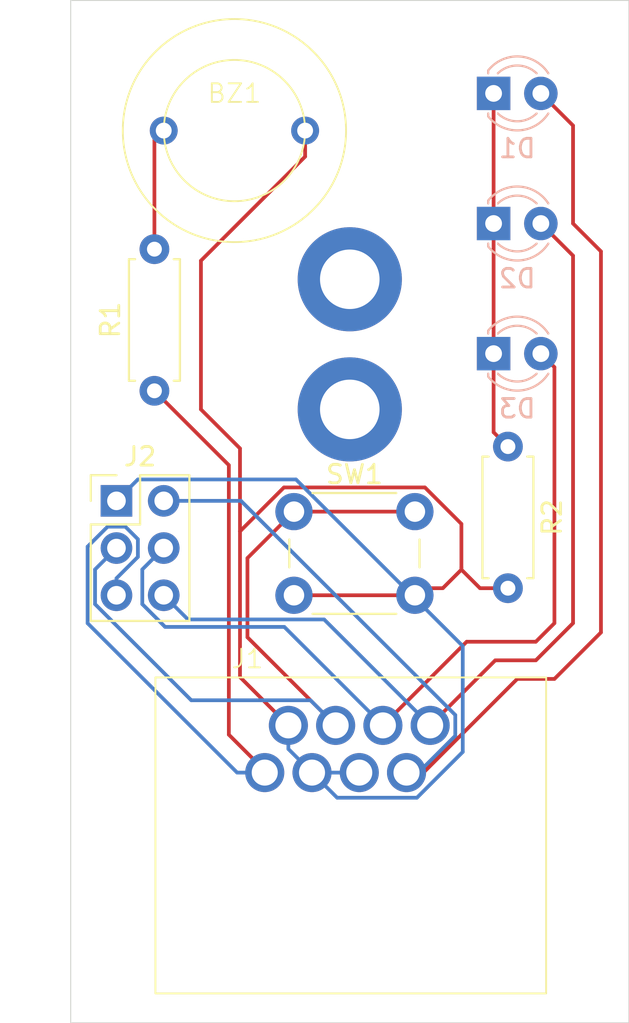
<source format=kicad_pcb>
(kicad_pcb (version 20241229) (generator "pcbnew") (generator_version "9.0")
  (layers (0 "F.Cu" signal) (2 "B.Cu" signal) (13 "F.Paste" user) (15 "B.Paste" user) (5 "F.SilkS" user "F.Silkscreen") (7 "B.SilkS" user "B.Silkscreen") (1 "F.Mask" user) (3 "B.Mask" user) (25 "Edge.Cuts" user))
  (net 0 "")
  (net 1 "/SWITCH_BTN")
  (net 2 "GND")
  (net 3 "/+BUZZER")
  (net 4 "/-LED")
  (net 5 "/LED_GREEN")
  (net 6 "/LED_BLUE")
  (net 7 "/LED_RED")
  (net 8 "/BUZZER")
  (footprint "MountingHole:MountingHole_3.2mm_M3_DIN965_Pad" (layer "F.Cu") (at 130 67)
    (property "Reference" "REF**" (hide yes))
    (property "Value" "MountingHole_3.2mm_M3_DIN965_Pad")
    (pad "1" thru_hole circle (at 0 0) (size 5.6 5.6) (drill 3.2) (layers "*.Cu" "*.Mask"))
  )
  (footprint "Resistor_THT:R_Axial_DIN0207_L6.3mm_D2.5mm_P7.62mm_Horizontal" (layer "F.Cu") (at 138.5 69 -90)
    (property "Reference" "R2" (at 3.81 -2.37 90) (layer "F.SilkS"))
    (property "Value" "1000R")
    (fp_line (start 0.54 1.37) (end 7.08 1.37) (stroke (width 0.12)) (layer "F.SilkS"))
    (fp_line (start 7.08 1.37) (end 7.08 1.04) (stroke (width 0.12)) (layer "F.SilkS"))
    (fp_line (start 0.54 1.04) (end 0.54 1.37) (stroke (width 0.12)) (layer "F.SilkS"))
    (fp_line (start 0.54 -1.04) (end 0.54 -1.37) (stroke (width 0.12)) (layer "F.SilkS"))
    (fp_line (start 0.54 -1.37) (end 7.08 -1.37) (stroke (width 0.12)) (layer "F.SilkS"))
    (fp_line (start 7.08 -1.37) (end 7.08 -1.04) (stroke (width 0.12)) (layer "F.SilkS"))
    (pad "1" thru_hole circle (at 0 0 270) (size 1.6 1.6) (drill 0.8) (layers "*.Cu" "*.Mask") (net 4 "/-LED"))
    (pad "2" thru_hole circle (at 7.62 0 270) (size 1.6 1.6) (drill 0.8) (layers "*.Cu" "*.Mask") (net 2 "GND"))
  )
  (footprint "MountingHole:MountingHole_3.2mm_M3_DIN965_Pad" (layer "F.Cu") (at 130 60)
    (property "Reference" "REF**" (hide yes))
    (property "Value" "MountingHole_3.2mm_M3_DIN965_Pad")
    (pad "1" thru_hole circle (at 0 0) (size 5.6 5.6) (drill 3.2) (layers "*.Cu" "*.Mask"))
  )
  (footprint "Connector_PinHeader_2.54mm:PinHeader_2x03_P2.54mm_Vertical" (layer "F.Cu") (at 117.46 71.92)
    (property "Reference" "J2" (at 1.27 -2.38 0) (layer "F.SilkS"))
    (property "Value" "Conn_01x06_Socket")
    (fp_line (start -1.38 -1.38) (end 0 -1.38) (stroke (width 0.12)) (layer "F.SilkS"))
    (fp_line (start -1.38 0) (end -1.38 -1.38) (stroke (width 0.12)) (layer "F.SilkS"))
    (fp_line (start -1.38 1.27) (end -1.38 6.46) (stroke (width 0.12)) (layer "F.SilkS"))
    (fp_line (start -1.38 1.27) (end 1.27 1.27) (stroke (width 0.12)) (layer "F.SilkS"))
    (fp_line (start -1.38 6.46) (end 3.92 6.46) (stroke (width 0.12)) (layer "F.SilkS"))
    (fp_line (start 1.27 -1.38) (end 3.92 -1.38) (stroke (width 0.12)) (layer "F.SilkS"))
    (fp_line (start 1.27 1.27) (end 1.27 -1.38) (stroke (width 0.12)) (layer "F.SilkS"))
    (fp_line (start 3.92 -1.38) (end 3.92 6.46) (stroke (width 0.12)) (layer "F.SilkS"))
    (pad "1" thru_hole rect (at 0 0) (size 1.7 1.7) (drill 1) (layers "*.Cu" "*.Mask") (net 2 "GND"))
    (pad "2" thru_hole circle (at 2.54 0) (size 1.7 1.7) (drill 1) (layers "*.Cu" "*.Mask") (net 7 "/LED_RED"))
    (pad "3" thru_hole circle (at 0 2.54) (size 1.7 1.7) (drill 1) (layers "*.Cu" "*.Mask") (net 1 "/SWITCH_BTN"))
    (pad "4" thru_hole circle (at 2.54 2.54) (size 1.7 1.7) (drill 1) (layers "*.Cu" "*.Mask") (net 5 "/LED_GREEN"))
    (pad "5" thru_hole circle (at 0 5.08) (size 1.7 1.7) (drill 1) (layers "*.Cu" "*.Mask") (net 8 "/BUZZER"))
    (pad "6" thru_hole circle (at 2.54 5.08) (size 1.7 1.7) (drill 1) (layers "*.Cu" "*.Mask") (net 6 "/LED_BLUE"))
  )
  (footprint "JC-Library:Buzzer-TMB12A05" (layer "F.Cu") (at 123.8 52)
    (property "Reference" "BZ1" (at 0 -2 0) (layer "F.SilkS") (effects (font (thickness 0.1))))
    (property "Value" "Buzzer" (hide yes))
    (fp_circle (center 0 0) (end 3.8 0) (stroke (width 0.1)) (fill no) (layer "F.SilkS"))
    (fp_circle (center 0 0) (end 6 0) (stroke (width 0.1)) (fill no) (layer "F.SilkS"))
    (pad "1" thru_hole circle (at -3.8 0) (size 1.5 1.5) (drill 0.85) (layers "*.Cu" "*.Mask") (net 3 "/+BUZZER"))
    (pad "2" thru_hole circle (at 3.8 0) (size 1.5 1.5) (drill 0.85) (layers "*.Cu" "*.Mask") (net 2 "GND"))
  )
  (footprint "JC-Library:RJ45-RS-782-0814" (layer "F.Cu") (at 119.555 76.42)
    (property "Reference" "J1" (at 4.945 4 0) (layer "F.SilkS") (effects (font (thickness 0.1))))
    (property "Value" "RJ45" (hide yes))
    (fp_rect (start 0 5) (end 21 22) (stroke (width 0.1)) (fill no) (layer "F.SilkS"))
    (pad "" np_thru_hole circle (at 2.445 19.52) (size 2.3 2.3) (drill 2.3) (layers "*.Cu" "*.Mask"))
    (pad "" np_thru_hole circle (at 4.605 16.47) (size 3.3 3.3) (drill 3.3) (layers "*.Cu" "*.Mask"))
    (pad "" np_thru_hole circle (at 16.035 16.47) (size 3.3 3.3) (drill 3.3) (layers "*.Cu" "*.Mask"))
    (pad "" np_thru_hole circle (at 18.195 19.52) (size 2.3 2.3) (drill 2.3) (layers "*.Cu" "*.Mask"))
    (pad "1" thru_hole circle (at 5.875 10.12) (size 2.1 2.1) (drill 1.4) (layers "*.Cu" "*.Mask") (net 8 "/BUZZER"))
    (pad "2" thru_hole circle (at 7.145 7.58) (size 2.1 2.1) (drill 1.4) (layers "*.Cu" "*.Mask") (net 2 "GND"))
    (pad "3" thru_hole circle (at 8.415 10.12) (size 2.1 2.1) (drill 1.4) (layers "*.Cu" "*.Mask") (net 2 "GND"))
    (pad "4" thru_hole circle (at 9.685 7.58) (size 2.1 2.1) (drill 1.4) (layers "*.Cu" "*.Mask") (net 1 "/SWITCH_BTN"))
    (pad "5" thru_hole circle (at 10.955 10.12) (size 2.1 2.1) (drill 1.4) (layers "*.Cu" "*.Mask") (net 2 "GND"))
    (pad "6" thru_hole circle (at 12.225 7.58) (size 2.1 2.1) (drill 1.4) (layers "*.Cu" "*.Mask") (net 5 "/LED_GREEN"))
    (pad "7" thru_hole circle (at 13.495 10.12) (size 2.1 2.1) (drill 1.4) (layers "*.Cu" "*.Mask") (net 7 "/LED_RED"))
    (pad "8" thru_hole circle (at 14.765 7.58) (size 2.1 2.1) (drill 1.4) (layers "*.Cu" "*.Mask") (net 6 "/LED_BLUE"))
  )
  (footprint "Button_Switch_THT:SW_PUSH_6mm" (layer "F.Cu") (at 127 72.5)
    (property "Reference" "SW1" (at 3.25 -2 0) (layer "F.SilkS"))
    (property "Value" "SW_Nidec_CAS-120A1")
    (fp_line (start -0.25 1.5) (end -0.25 3) (stroke (width 0.12)) (layer "F.SilkS"))
    (fp_line (start 1 5.5) (end 5.5 5.5) (stroke (width 0.12)) (layer "F.SilkS"))
    (fp_line (start 5.5 -1) (end 1 -1) (stroke (width 0.12)) (layer "F.SilkS"))
    (fp_line (start 6.75 3) (end 6.75 1.5) (stroke (width 0.12)) (layer "F.SilkS"))
    (pad "1" thru_hole circle (at 0 0 90) (size 2 2) (drill 1.1) (layers "*.Cu" "*.Mask") (net 1 "/SWITCH_BTN"))
    (pad "1" thru_hole circle (at 6.5 0 90) (size 2 2) (drill 1.1) (layers "*.Cu" "*.Mask") (net 1 "/SWITCH_BTN"))
    (pad "2" thru_hole circle (at 0 4.5 90) (size 2 2) (drill 1.1) (layers "*.Cu" "*.Mask") (net 2 "GND"))
    (pad "2" thru_hole circle (at 6.5 4.5 90) (size 2 2) (drill 1.1) (layers "*.Cu" "*.Mask") (net 2 "GND"))
  )
  (footprint "Resistor_THT:R_Axial_DIN0207_L6.3mm_D2.5mm_P7.62mm_Horizontal" (layer "F.Cu") (at 119.5 66 90)
    (property "Reference" "R1" (at 3.81 -2.37 90) (layer "F.SilkS"))
    (property "Value" "200R")
    (fp_line (start 7.08 -1.37) (end 7.08 -1.04) (stroke (width 0.12)) (layer "F.SilkS"))
    (fp_line (start 0.54 -1.37) (end 7.08 -1.37) (stroke (width 0.12)) (layer "F.SilkS"))
    (fp_line (start 0.54 -1.04) (end 0.54 -1.37) (stroke (width 0.12)) (layer "F.SilkS"))
    (fp_line (start 0.54 1.04) (end 0.54 1.37) (stroke (width 0.12)) (layer "F.SilkS"))
    (fp_line (start 7.08 1.37) (end 7.08 1.04) (stroke (width 0.12)) (layer "F.SilkS"))
    (fp_line (start 0.54 1.37) (end 7.08 1.37) (stroke (width 0.12)) (layer "F.SilkS"))
    (pad "1" thru_hole circle (at 0 0 90) (size 1.6 1.6) (drill 0.8) (layers "*.Cu" "*.Mask") (net 8 "/BUZZER"))
    (pad "2" thru_hole circle (at 7.62 0 90) (size 1.6 1.6) (drill 0.8) (layers "*.Cu" "*.Mask") (net 3 "/+BUZZER"))
  )
  (footprint "LED_THT:LED_D3.0mm" (layer "B.Cu") (at 137.73 57)
    (property "Reference" "D2" (at 1.27 2.96 0) (layer "B.SilkS") (effects (justify mirror)))
    (property "Value" "LED")
    (fp_line (start -0.29 -1.08) (end -0.29 -1.236) (stroke (width 0.12)) (layer "B.SilkS"))
    (fp_line (start -0.29 1.236) (end -0.29 1.08) (stroke (width 0.12)) (layer "B.SilkS"))
    (fp_arc (start -0.29 -1.235516) (mid 1.36566 -1.987699) (end 2.941437 -1.08) (stroke (width 0.12)) (layer "B.SilkS"))
    (fp_arc (start 0.229039 -1.08) (mid 1.27 -1.5) (end 2.310961 -1.08) (stroke (width 0.12)) (layer "B.SilkS"))
    (fp_arc (start 2.310961 1.08) (mid 1.27 1.5) (end 0.229039 1.08) (stroke (width 0.12)) (layer "B.SilkS"))
    (fp_arc (start 2.941437 1.08) (mid 1.36566 1.9877) (end -0.29 1.235516) (stroke (width 0.12)) (layer "B.SilkS"))
    (pad "1" thru_hole rect (at 0 0) (size 1.8 1.8) (drill 0.9) (layers "*.Cu" "*.Mask") (net 4 "/-LED"))
    (pad "2" thru_hole circle (at 2.54 0) (size 1.8 1.8) (drill 0.9) (layers "*.Cu" "*.Mask") (net 6 "/LED_BLUE"))
  )
  (footprint "LED_THT:LED_D3.0mm" (layer "B.Cu") (at 137.73 50)
    (property "Reference" "D1" (at 1.27 2.96 0) (layer "B.SilkS") (effects (justify mirror)))
    (property "Value" "LED")
    (fp_line (start -0.29 -1.08) (end -0.29 -1.236) (stroke (width 0.12)) (layer "B.SilkS"))
    (fp_line (start -0.29 1.236) (end -0.29 1.08) (stroke (width 0.12)) (layer "B.SilkS"))
    (fp_arc (start -0.29 -1.235516) (mid 1.36566 -1.987699) (end 2.941437 -1.08) (stroke (width 0.12)) (layer "B.SilkS"))
    (fp_arc (start 0.229039 -1.08) (mid 1.27 -1.5) (end 2.310961 -1.08) (stroke (width 0.12)) (layer "B.SilkS"))
    (fp_arc (start 2.310961 1.08) (mid 1.27 1.5) (end 0.229039 1.08) (stroke (width 0.12)) (layer "B.SilkS"))
    (fp_arc (start 2.941437 1.08) (mid 1.36566 1.9877) (end -0.29 1.235516) (stroke (width 0.12)) (layer "B.SilkS"))
    (pad "1" thru_hole rect (at 0 0) (size 1.8 1.8) (drill 0.9) (layers "*.Cu" "*.Mask") (net 4 "/-LED"))
    (pad "2" thru_hole circle (at 2.54 0) (size 1.8 1.8) (drill 0.9) (layers "*.Cu" "*.Mask") (net 7 "/LED_RED"))
  )
  (footprint "LED_THT:LED_D3.0mm" (layer "B.Cu") (at 137.73 64)
    (property "Reference" "D3" (at 1.27 2.96 0) (layer "B.SilkS") (effects (justify mirror)))
    (property "Value" "LED")
    (fp_line (start -0.29 -1.08) (end -0.29 -1.236) (stroke (width 0.12)) (layer "B.SilkS"))
    (fp_line (start -0.29 1.236) (end -0.29 1.08) (stroke (width 0.12)) (layer "B.SilkS"))
    (fp_arc (start -0.29 -1.235516) (mid 1.36566 -1.987699) (end 2.941437 -1.08) (stroke (width 0.12)) (layer "B.SilkS"))
    (fp_arc (start 0.229039 -1.08) (mid 1.27 -1.5) (end 2.310961 -1.08) (stroke (width 0.12)) (layer "B.SilkS"))
    (fp_arc (start 2.310961 1.08) (mid 1.27 1.5) (end 0.229039 1.08) (stroke (width 0.12)) (layer "B.SilkS"))
    (fp_arc (start 2.941437 1.08) (mid 1.36566 1.9877) (end -0.29 1.235516) (stroke (width 0.12)) (layer "B.SilkS"))
    (pad "1" thru_hole rect (at 0 0) (size 1.8 1.8) (drill 0.9) (layers "*.Cu" "*.Mask") (net 4 "/-LED"))
    (pad "2" thru_hole circle (at 2.54 0) (size 1.8 1.8) (drill 0.9) (layers "*.Cu" "*.Mask") (net 5 "/LED_GREEN"))
  )
  (gr_rect (start 115 45) (end 145 100) (stroke (width 0.05)) (fill no) (layer "Edge.Cuts"))
  (segment (start 129.24 84) (end 124.5 79.26) (width 0.2) (layer "F.Cu") (net 1))
  (segment (start 127 72.5) (end 133.5 72.5) (width 0.2) (layer "F.Cu") (net 1))
  (segment (start 124.5 79.26) (end 124.5 75) (width 0.2) (layer "F.Cu") (net 1))
  (segment (start 124.5 75) (end 127 72.5) (width 0.2) (layer "F.Cu") (net 1))
  (segment (start 121.48124 82.649) (end 116.309 77.47676) (width 0.2) (layer "B.Cu") (net 1))
  (segment (start 129.24 84) (end 127.889 82.649) (width 0.2) (layer "B.Cu") (net 1))
  (segment (start 116.309 77.47676) (end 116.309 75.611) (width 0.2) (layer "B.Cu") (net 1))
  (segment (start 127.889 82.649) (end 121.48124 82.649) (width 0.2) (layer "B.Cu") (net 1))
  (segment (start 116.309 75.611) (end 117.46 74.46) (width 0.2) (layer "B.Cu") (net 1))
  (segment (start 134.038892 71.199) (end 126.461108 71.199) (width 0.2) (layer "F.Cu") (net 2))
  (segment (start 133.88 76.62) (end 133.5 77) (width 0.2) (layer "F.Cu") (net 2))
  (segment (start 122 59) (end 122 67) (width 0.2) (layer "F.Cu") (net 2))
  (segment (start 124.099 69.099) (end 124.099 73.561108) (width 0.2) (layer "F.Cu") (net 2))
  (segment (start 124.099 73.561108) (end 124.099 81.399) (width 0.2) (layer "F.Cu") (net 2))
  (segment (start 127.6 52) (end 127.6 53.4) (width 0.2) (layer "F.Cu") (net 2))
  (segment (start 136 75.62) (end 135 76.62) (width 0.2) (layer "F.Cu") (net 2))
  (segment (start 136 75.5) (end 136 73.160108) (width 0.2) (layer "F.Cu") (net 2))
  (segment (start 124.099 81.399) (end 126.7 84) (width 0.2) (layer "F.Cu") (net 2))
  (segment (start 136 73.160108) (end 134.038892 71.199) (width 0.2) (layer "F.Cu") (net 2))
  (segment (start 136 75.62) (end 137 76.62) (width 0.2) (layer "F.Cu") (net 2))
  (segment (start 127.6 53.4) (end 122 59) (width 0.2) (layer "F.Cu") (net 2))
  (segment (start 133.5 77) (end 127 77) (width 0.2) (layer "F.Cu") (net 2))
  (segment (start 135 76.62) (end 133.88 76.62) (width 0.2) (layer "F.Cu") (net 2))
  (segment (start 136 75.5) (end 136 75.62) (width 0.2) (layer "F.Cu") (net 2))
  (segment (start 138.5 76.62) (end 137 76.62) (width 0.2) (layer "F.Cu") (net 2))
  (segment (start 122 67) (end 124.099 69.099) (width 0.2) (layer "F.Cu") (net 2))
  (segment (start 126.461108 71.199) (end 124.099 73.561108) (width 0.2) (layer "F.Cu") (net 2))
  (segment (start 118.611 70.769) (end 117.46 71.92) (width 0.2) (layer "B.Cu") (net 2))
  (segment (start 126.7 85.27) (end 126.7 84) (width 0.2) (layer "B.Cu") (net 2))
  (segment (start 127.108892 70.769) (end 118.611 70.769) (width 0.2) (layer "B.Cu") (net 2))
  (segment (start 127.97 86.54) (end 129.321 87.891) (width 0.2) (layer "B.Cu") (net 2))
  (segment (start 136.072 79.732108) (end 127.108892 70.769) (width 0.2) (layer "B.Cu") (net 2))
  (segment (start 127.97 86.54) (end 130.51 86.54) (width 0.2) (layer "B.Cu") (net 2))
  (segment (start 136.072 85.428603) (end 136.072 79.732108) (width 0.2) (layer "B.Cu") (net 2))
  (segment (start 127.32 77.32) (end 127 77) (width 0.2) (layer "B.Cu") (net 2))
  (segment (start 127.97 86.54) (end 126.7 85.27) (width 0.2) (layer "B.Cu") (net 2))
  (segment (start 133.609603 87.891) (end 136.072 85.428603) (width 0.2) (layer "B.Cu") (net 2))
  (segment (start 129.321 87.891) (end 133.609603 87.891) (width 0.2) (layer "B.Cu") (net 2))
  (segment (start 119.5 58.38) (end 119.5 52.5) (width 0.2) (layer "F.Cu") (net 3))
  (segment (start 119.5 52.5) (end 120 52) (width 0.2) (layer "F.Cu") (net 3))
  (segment (start 137.73 68.23) (end 137.73 64) (width 0.2) (layer "F.Cu") (net 4))
  (segment (start 137.73 50) (end 137.73 57) (width 0.2) (layer "F.Cu") (net 4))
  (segment (start 138.5 69) (end 137.73 68.23) (width 0.2) (layer "F.Cu") (net 4))
  (segment (start 137.73 57) (end 137.73 64) (width 0.2) (layer "F.Cu") (net 4))
  (segment (start 140 79.5) (end 141 78.5) (width 0.2) (layer "F.Cu") (net 5))
  (segment (start 131.78 84) (end 136.28 79.5) (width 0.2) (layer "F.Cu") (net 5))
  (segment (start 141 64.73) (end 140.27 64) (width 0.2) (layer "F.Cu") (net 5))
  (segment (start 141 78.5) (end 141 64.73) (width 0.2) (layer "F.Cu") (net 5))
  (segment (start 136.28 79.5) (end 140 79.5) (width 0.2) (layer "F.Cu") (net 5))
  (segment (start 120.07424 78.702) (end 118.849 77.47676) (width 0.2) (layer "B.Cu") (net 5))
  (segment (start 118.849 75.611) (end 120 74.46) (width 0.2) (layer "B.Cu") (net 5))
  (segment (start 126.482 78.702) (end 120.07424 78.702) (width 0.2) (layer "B.Cu") (net 5))
  (segment (start 118.849 77.47676) (end 118.849 75.611) (width 0.2) (layer "B.Cu") (net 5))
  (segment (start 131.78 84) (end 126.482 78.702) (width 0.2) (layer "B.Cu") (net 5))
  (segment (start 140 80.5) (end 142 78.5) (width 0.2) (layer "F.Cu") (net 6))
  (segment (start 134.32 84) (end 137.82 80.5) (width 0.2) (layer "F.Cu") (net 6))
  (segment (start 142 58.73) (end 140.27 57) (width 0.2) (layer "F.Cu") (net 6))
  (segment (start 142 78.5) (end 142 58.73) (width 0.2) (layer "F.Cu") (net 6))
  (segment (start 137.82 80.5) (end 140 80.5) (width 0.2) (layer "F.Cu") (net 6))
  (segment (start 134.32 84) (end 128.621 78.301) (width 0.2) (layer "B.Cu") (net 6))
  (segment (start 121.301 78.301) (end 120 77) (width 0.2) (layer "B.Cu") (net 6))
  (segment (start 128.621 78.301) (end 121.301 78.301) (width 0.2) (layer "B.Cu") (net 6))
  (segment (start 143.5 58.5) (end 142 57) (width 0.2) (layer "F.Cu") (net 7))
  (segment (start 133.96 86.54) (end 139 81.5) (width 0.2) (layer "F.Cu") (net 7))
  (segment (start 142 57) (end 142 51.73) (width 0.2) (layer "F.Cu") (net 7))
  (segment (start 142 51.73) (end 140.27 50) (width 0.2) (layer "F.Cu") (net 7))
  (segment (start 139 81.5) (end 141 81.5) (width 0.2) (layer "F.Cu") (net 7))
  (segment (start 143.5 79) (end 143.5 58.5) (width 0.2) (layer "F.Cu") (net 7))
  (segment (start 133.05 86.54) (end 133.96 86.54) (width 0.2) (layer "F.Cu") (net 7))
  (segment (start 141 81.5) (end 143.5 79) (width 0.2) (layer "F.Cu") (net 7))
  (segment (start 124.150603 71.92) (end 120 71.92) (width 0.2) (layer "B.Cu") (net 7))
  (segment (start 133.690603 86.54) (end 135.671 84.559603) (width 0.2) (layer "B.Cu") (net 7))
  (segment (start 133.05 86.54) (end 133.690603 86.54) (width 0.2) (layer "B.Cu") (net 7))
  (segment (start 135.671 84.559603) (end 135.671 83.440397) (width 0.2) (layer "B.Cu") (net 7))
  (segment (start 135.671 83.440397) (end 124.150603 71.92) (width 0.2) (layer "B.Cu") (net 7))
  (segment (start 123.5 70) (end 119.5 66) (width 0.2) (layer "F.Cu") (net 8))
  (segment (start 125.5 86.5) (end 123.5 84.5) (width 0.2) (layer "F.Cu") (net 8))
  (segment (start 123.5 84.5) (end 123.5 70) (width 0.2) (layer "F.Cu") (net 8))
  (segment (start 125.46 86.54) (end 125.5 86.5) (width 0.2) (layer "F.Cu") (net 8))
  (segment (start 125.43 86.54) (end 125.46 86.54) (width 0.2) (layer "F.Cu") (net 8))
  (segment (start 118.611 74.93676) (end 117.46 76.08776) (width 0.2) (layer "B.Cu") (net 8))
  (segment (start 115.908 74.38424) (end 116.98324 73.309) (width 0.2) (layer "B.Cu") (net 8))
  (segment (start 123.945076 86.54) (end 115.908 78.502924) (width 0.2) (layer "B.Cu") (net 8))
  (segment (start 118.611 73.98324) (end 118.611 74.93676) (width 0.2) (layer "B.Cu") (net 8))
  (segment (start 115.908 78.502924) (end 115.908 74.38424) (width 0.2) (layer "B.Cu") (net 8))
  (segment (start 116.98324 73.309) (end 117.93676 73.309) (width 0.2) (layer "B.Cu") (net 8))
  (segment (start 117.93676 73.309) (end 118.611 73.98324) (width 0.2) (layer "B.Cu") (net 8))
  (segment (start 117.46 76.08776) (end 117.46 77) (width 0.2) (layer "B.Cu") (net 8))
  (segment (start 125.43 86.54) (end 123.945076 86.54) (width 0.2) (layer "B.Cu") (net 8))
)
</source>
